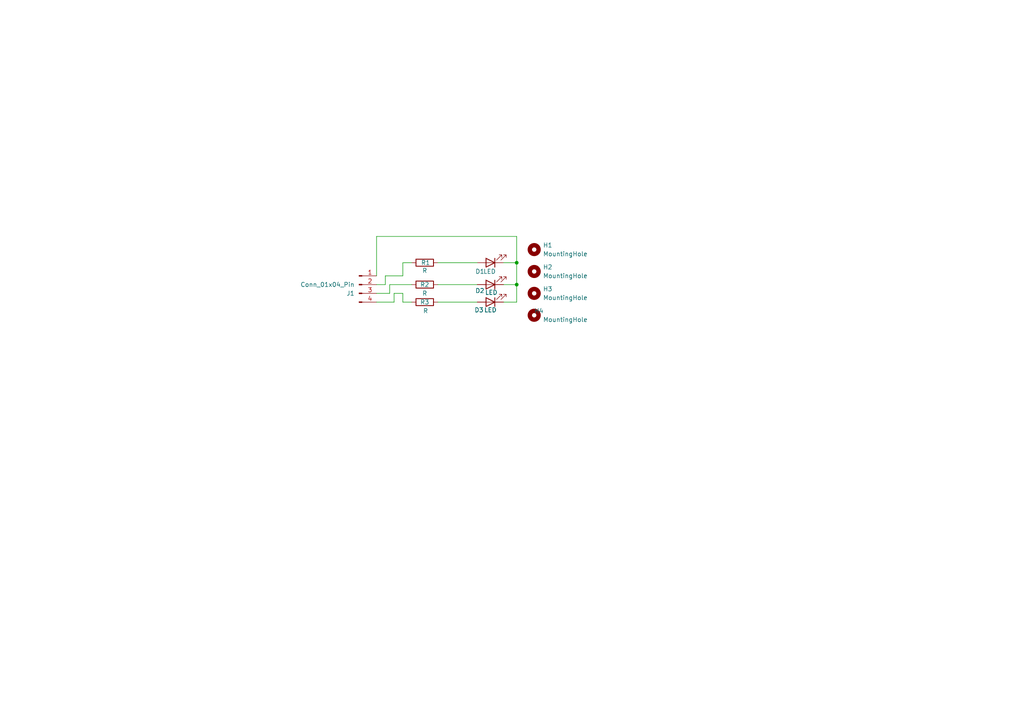
<source format=kicad_sch>
(kicad_sch (version 20231120) (generator "eeschema") (generator_version "8.0")
  (paper "A4")
  (lib_symbols
    (symbol "Connector:Conn_01x04_Pin" (pin_names (offset 1.016) hide)
      (property "Reference" "J" (at 0 5.08 0))
      (property "Value" "Conn_01x04_Pin" (at 0 -7.62 0))
      (symbol "Conn_01x04_Pin_1_1"
        (polyline (pts (xy 1.27 -5.08) (xy 0.8636 -5.08)) (stroke (width 0.1524)))
        (polyline (pts (xy 1.27 -2.54) (xy 0.8636 -2.54)) (stroke (width 0.1524)))
        (polyline (pts (xy 1.27 0) (xy 0.8636 0)) (stroke (width 0.1524)))
        (polyline (pts (xy 1.27 2.54) (xy 0.8636 2.54)) (stroke (width 0.1524)))
        (rectangle (start 0.8636 -4.953) (end 0 -5.207) (stroke (width 0.1524)) (fill (type outline)))
        (rectangle (start 0.8636 -2.413) (end 0 -2.667) (stroke (width 0.1524)) (fill (type outline)))
        (rectangle (start 0.8636 0.127) (end 0 -0.127) (stroke (width 0.1524)) (fill (type outline)))
        (rectangle (start 0.8636 2.667) (end 0 2.413) (stroke (width 0.1524)) (fill (type outline)))
        (pin passive line (at 5.08 2.54 180) (length 3.81) (name "Pin_1") (number "1"))
        (pin passive line (at 5.08 0 180) (length 3.81) (name "Pin_2") (number "2"))
        (pin passive line (at 5.08 -2.54 180) (length 3.81) (name "Pin_3") (number "3"))
        (pin passive line (at 5.08 -5.08 180) (length 3.81) (name "Pin_4") (number "4"))
      )
    )
    (symbol "Device:LED" (pin_numbers hide) (pin_names (offset 1.016) hide)
      (property "Reference" "D" (at 0 2.54 0))
      (property "Value" "LED" (at 0 -2.54 0))
      (symbol "LED_0_1"
        (polyline (pts (xy -1.27 -1.27) (xy -1.27 1.27)) (stroke (width 0.254)))
        (polyline (pts (xy -1.27 0) (xy 1.27 0)))
        (polyline (pts (xy 1.27 -1.27) (xy 1.27 1.27) (xy -1.27 0) (xy 1.27 -1.27)) (stroke (width 0.254)))
        (polyline (pts (xy -3.048 -0.762) (xy -4.572 -2.286) (xy -3.81 -2.286) (xy -4.572 -2.286) (xy -4.572 -1.524)))
        (polyline (pts (xy -1.778 -0.762) (xy -3.302 -2.286) (xy -2.54 -2.286) (xy -3.302 -2.286) (xy -3.302 -1.524)))
      )
      (symbol "LED_1_1"
        (pin passive line (at -3.81 0 0) (length 2.54) (name "K") (number "1"))
        (pin passive line (at 3.81 0 180) (length 2.54) (name "A") (number "2"))
      )
    )
    (symbol "Device:R" (pin_numbers hide) (pin_names (offset 0))
      (property "Reference" "R" (at 2.032 0 90))
      (property "Value" "R" (at 0 0 90))
      (symbol "R_0_1"
        (rectangle (start -1.016 -2.54) (end 1.016 2.54) (stroke (width 0.254)))
      )
      (symbol "R_1_1"
        (pin passive line (at 0 3.81 270) (length 1.27) (name "~") (number "1"))
        (pin passive line (at 0 -3.81 90) (length 1.27) (name "~") (number "2"))
      )
    )
    (symbol "Mechanical:MountingHole" (pin_names (offset 1.016)) (exclude_from_sim yes) (in_bom no)
      (property "Reference" "H" (at 0 5.08 0))
      (property "Value" "MountingHole" (at 0 3.175 0))
      (symbol "MountingHole_0_1"
        (circle (center 0 0) (radius 1.27) (stroke (width 1.27)))
      )
    )
  )
  (junction (at 149.86 76.2))
  (junction (at 149.86 82.55))
  (wire (pts (xy 146.05 76.2) (xy 149.86 76.2)))
  (wire (pts (xy 116.84 80.01) (xy 111.76 80.01)))
  (wire (pts (xy 109.22 68.58) (xy 149.86 68.58)))
  (wire (pts (xy 127 82.55) (xy 138.43 82.55)))
  (wire (pts (xy 116.84 85.09) (xy 116.84 87.63)))
  (wire (pts (xy 149.86 76.2) (xy 149.86 82.55)))
  (wire (pts (xy 114.3 85.09) (xy 114.3 87.63)))
  (wire (pts (xy 127 87.63) (xy 138.43 87.63)))
  (wire (pts (xy 113.03 82.55) (xy 113.03 85.09)))
  (wire (pts (xy 116.84 87.63) (xy 119.38 87.63)))
  (wire (pts (xy 114.3 87.63) (xy 109.22 87.63)))
  (wire (pts (xy 113.03 85.09) (xy 109.22 85.09)))
  (wire (pts (xy 111.76 82.55) (xy 109.22 82.55)))
  (wire (pts (xy 146.05 87.63) (xy 149.86 87.63)))
  (wire (pts (xy 149.86 82.55) (xy 149.86 87.63)))
  (wire (pts (xy 116.84 76.2) (xy 119.38 76.2)))
  (wire (pts (xy 149.86 68.58) (xy 149.86 76.2)))
  (wire (pts (xy 113.03 82.55) (xy 119.38 82.55)))
  (wire (pts (xy 111.76 80.01) (xy 111.76 82.55)))
  (wire (pts (xy 116.84 76.2) (xy 116.84 80.01)))
  (wire (pts (xy 109.22 68.58) (xy 109.22 80.01)))
  (wire (pts (xy 116.84 85.09) (xy 114.3 85.09)))
  (wire (pts (xy 127 76.2) (xy 138.43 76.2)))
  (wire (pts (xy 146.05 82.55) (xy 149.86 82.55)))
  (symbol (lib_id "Mechanical:MountingHole") (at 154.94 72.39 0) (unit 1) (exclude_from_sim yes) (in_bom no)
    (property "Reference" "H1" (at 157.48 71.1199 0) (effects (justify left)))
    (property "Value" "MountingHole" (at 157.48 73.6599 0) (effects (justify left)))
    (property "Footprint" "MountingHole:MountingHole_2.5mm_Pad" (effects (hide yes)))
    (property "Description" "Mounting Hole without connection" (effects (hide yes)))
  )
  (symbol (lib_id "Device:LED") (at 142.24 87.63 180) (unit 1)
    (property "Reference" "D3" (at 138.938 89.916 0))
    (property "Value" "LED" (at 142.24 89.916 0))
    (property "Footprint" "LED_THT:LED_D3.0mm" (effects (hide yes)))
    (property "Description" "Light emitting diode" (effects (hide yes)))
  )
  (symbol (lib_id "Device:LED") (at 142.24 82.55 180) (unit 1)
    (property "Reference" "D2" (at 139.192 84.328 0))
    (property "Value" "LED" (at 142.494 84.836 0))
    (property "Footprint" "LED_THT:LED_D3.0mm" (effects (hide yes)))
    (property "Description" "Light emitting diode" (effects (hide yes)))
  )
  (symbol (lib_id "Mechanical:MountingHole") (at 154.94 78.74 0) (unit 1) (exclude_from_sim yes) (in_bom no)
    (property "Reference" "H2" (at 157.48 77.4699 0) (effects (justify left)))
    (property "Value" "MountingHole" (at 157.48 80.0099 0) (effects (justify left)))
    (property "Footprint" "MountingHole:MountingHole_2.5mm_Pad" (effects (hide yes)))
    (property "Description" "Mounting Hole without connection" (effects (hide yes)))
  )
  (symbol (lib_id "Device:LED") (at 142.24 76.2 180) (unit 1)
    (property "Reference" "D1" (at 139.192 78.74 0))
    (property "Value" "LED" (at 141.986 78.74 0))
    (property "Footprint" "LED_THT:LED_D3.0mm" (effects (hide yes)))
    (property "Description" "Light emitting diode" (effects (hide yes)))
  )
  (symbol (lib_id "Mechanical:MountingHole") (at 154.94 85.09 0) (unit 1) (exclude_from_sim yes) (in_bom no)
    (property "Reference" "H3" (at 157.48 83.8199 0) (effects (justify left)))
    (property "Value" "MountingHole" (at 157.48 86.3599 0) (effects (justify left)))
    (property "Footprint" "MountingHole:MountingHole_2.5mm_Pad" (effects (hide yes)))
    (property "Description" "Mounting Hole without connection" (effects (hide yes)))
  )
  (symbol (lib_id "Mechanical:MountingHole") (at 154.94 91.44 0) (unit 1) (exclude_from_sim yes) (in_bom no)
    (property "Reference" "H4" (at 154.94 90.1699 0) (effects (justify left)))
    (property "Value" "MountingHole" (at 157.48 92.7099 0) (effects (justify left)))
    (property "Footprint" "MountingHole:MountingHole_2.5mm_Pad" (effects (hide yes)))
    (property "Description" "Mounting Hole without connection" (effects (hide yes)))
  )
  (symbol (lib_id "Device:R") (at 123.19 87.63 90) (unit 1)
    (property "Reference" "R3" (at 123.19 87.63 90))
    (property "Value" "R" (at 123.444 90.17 90))
    (property "Footprint" "Resistor_THT:R_Axial_DIN0204_L3.6mm_D1.6mm_P5.08mm_Horizontal" (effects (hide yes)))
    (property "Description" "Resistor" (effects (hide yes)))
  )
  (symbol (lib_id "Device:R") (at 123.19 82.55 90) (unit 1)
    (property "Reference" "R2" (at 123.19 82.55 90))
    (property "Value" "R" (at 123.19 85.09 90))
    (property "Footprint" "Resistor_THT:R_Axial_DIN0204_L3.6mm_D1.6mm_P5.08mm_Horizontal" (effects (hide yes)))
    (property "Description" "Resistor" (effects (hide yes)))
  )
  (symbol (lib_id "Connector:Conn_01x04_Pin") (at 104.14 82.55 0) (unit 1)
    (property "Reference" "J1" (at 102.87 85.0901 0) (effects (justify right)))
    (property "Value" "Conn_01x04_Pin" (at 102.87 82.5501 0) (effects (justify right)))
    (property "Footprint" "Connector_PinHeader_2.54mm:PinHeader_1x04_P2.54mm_Horizontal" (effects (hide yes)))
    (property "Description" "Generic connector, single row, 01x04, script generated" (effects (hide yes)))
  )
  (symbol (lib_id "Device:R") (at 123.19 76.2 90) (unit 1)
    (property "Reference" "R1" (at 123.444 76.2 90))
    (property "Value" "R" (at 123.19 78.486 90))
    (property "Footprint" "Resistor_THT:R_Axial_DIN0204_L3.6mm_D1.6mm_P5.08mm_Horizontal" (effects (hide yes)))
    (property "Description" "Resistor" (effects (hide yes)))
  )
)
</source>
